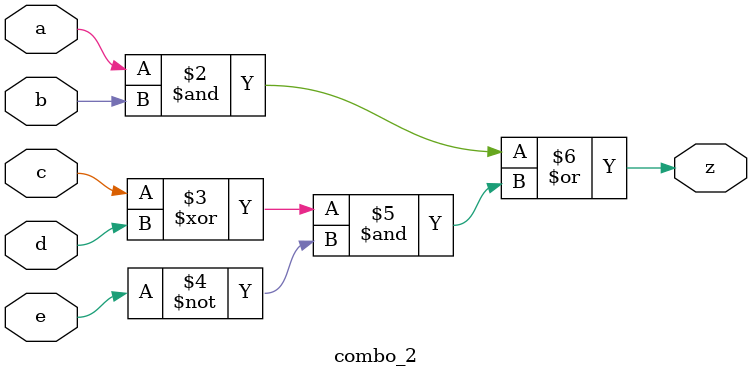
<source format=v>
module combo_2 (input a, 
				  input	b,
				  input	c,
				  input	d,
				  input	e,
				  output reg z);
	always @(a or  b or c or d or e) begin
		z = ((a & b) | (c^d) & (~e)); 
	end
endmodule
</source>
